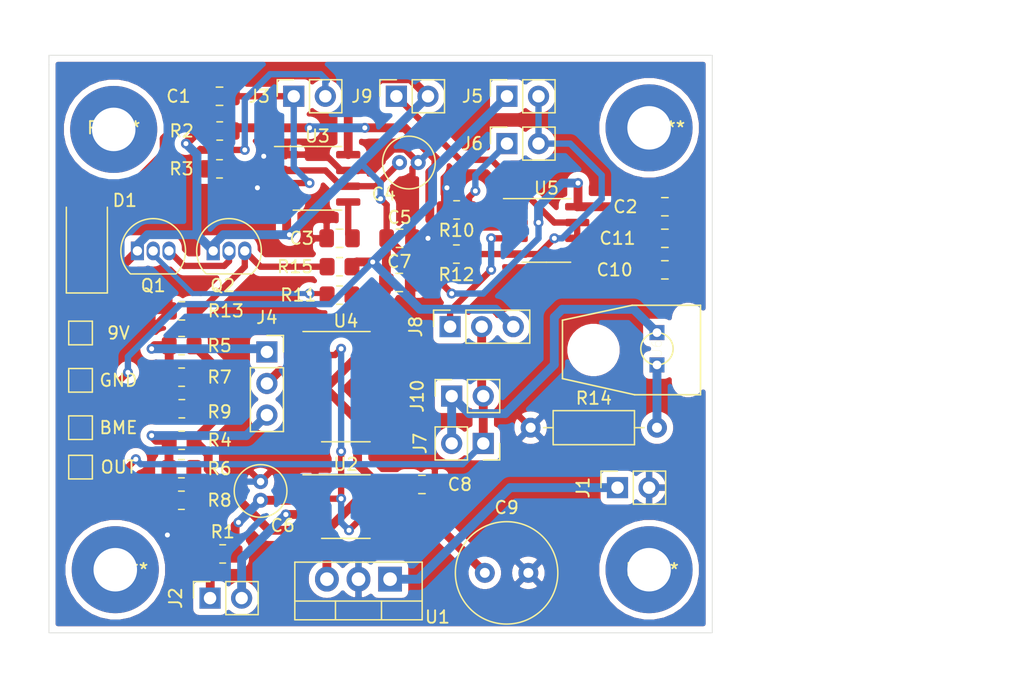
<source format=kicad_pcb>
(kicad_pcb (version 20171130) (host pcbnew 5.1.9-73d0e3b20d~88~ubuntu20.04.1)
  (layers (0 F.Cu signal) (31 B.Cu signal) (34 B.Paste user) (35 F.Paste user) (36 B.SilkS user) (37 F.SilkS user) (38 B.Mask user) (39 F.Mask user) (44 Edge.Cuts user))
  (net 0 "")
  (net 1 +9V)
  (net 2 "Net-(C1-Pad2)")
  (net 3 "Net-(C1-Pad1)")
  (net 4 GND)
  (net 5 "Net-(C3-Pad2)")
  (net 6 "Net-(C4-Pad1)")
  (net 7 "Net-(C6-Pad1)")
  (net 8 "Net-(C10-Pad1)")
  (net 9 "Net-(J1-Pad1)")
  (net 10 "Net-(J2-Pad2)")
  (net 11 "Net-(J2-Pad1)")
  (net 12 "Net-(J3-Pad2)")
  (net 13 "Net-(J4-Pad3)")
  (net 14 "Net-(J4-Pad2)")
  (net 15 "Net-(J4-Pad1)")
  (net 16 "Net-(J5-Pad2)")
  (net 17 BME)
  (net 18 "Net-(J6-Pad1)")
  (net 19 "Net-(J8-Pad1)")
  (net 20 "Net-(Q1-Pad3)")
  (net 21 "Net-(Q1-Pad2)")
  (net 22 "Net-(Q2-Pad3)")
  (net 23 "Net-(R6-Pad1)")
  (net 24 "Net-(R7-Pad2)")
  (net 25 "Net-(R11-Pad1)")
  (net 26 "Net-(R14-Pad2)")
  (net 27 "Net-(U2-Pad7)")
  (net 28 "Net-(U2-Pad5)")
  (net 29 "Net-(C11-Pad2)")
  (net 30 "Net-(J10-Pad1)")
  (net 31 "Net-(J10-Pad2)")
  (module Diode_SMD:D_SMA_Handsoldering (layer F.Cu) (at 175.768 88.9 90)
    (fp_text reference D1 (at 3.048 3.048 180) (layer F.SilkS))
    (fp_text value 1n4007)
    (pad 2 smd rect (at 2.5 0 90) (size 3.5 1.8) (layers F.Cu F.Paste F.Mask) (net 3 "Net-(C1-Pad1)"))
    (pad 1 smd rect (at -2.5 0 90) (size 3.5 1.8) (layers F.Cu F.Paste F.Mask) (net 1 +9V))
  )
  (module TestPoint:TestPoint_Pad_1.5x1.5mm (layer F.Cu) (at 175.26 107.315)
    (fp_text reference OUT (at 3.048 0) (layer F.SilkS))
    (fp_text value OUT)
    (pad 1 smd rect (at 0 0) (size 1.5 1.5) (layers F.Cu F.Mask) (net 31 "Net-(J10-Pad2)"))
  )
  (module TestPoint:TestPoint_Pad_1.5x1.5mm (layer F.Cu) (at 175.26 104.14)
    (fp_text reference BME (at 3.048 0) (layer F.SilkS))
    (fp_text value BME)
    (pad 1 smd rect (at 0 0) (size 1.5 1.5) (layers F.Cu F.Mask) (net 17 BME))
  )
  (module TestPoint:TestPoint_Pad_1.5x1.5mm (layer F.Cu) (at 175.26 96.52)
    (fp_text reference 9V (at 3.048 0) (layer F.SilkS))
    (fp_text value 9V)
    (pad 1 smd rect (at 0 0) (size 1.5 1.5) (layers F.Cu F.Mask) (net 1 +9V))
  )
  (module TestPoint:TestPoint_Pad_1.5x1.5mm (layer F.Cu) (at 175.26 100.33)
    (fp_text reference GND (at 3.048 0) (layer F.SilkS))
    (fp_text value GND)
    (pad 1 smd rect (at 0 0) (size 1.5 1.5) (layers F.Cu F.Mask) (net 4 GND))
  )
  (module Connector_PinSocket_2.54mm:PinSocket_1x02_P2.54mm_Vertical (layer F.Cu) (at 185.674 117.856 90)
    (fp_text reference J2 (at 0 -2.77 90) (layer F.SilkS))
    (fp_text value 100k)
    (pad 2 thru_hole oval (at 0 2.54 90) (size 1.7 1.7) (drill 1) (layers *.Cu *.Mask) (net 10 "Net-(J2-Pad2)"))
    (pad 1 thru_hole rect (at 0 0 90) (size 1.7 1.7) (drill 1) (layers *.Cu *.Mask) (net 11 "Net-(J2-Pad1)"))
  )
  (module MountingHole:MountingHole_3.5mm_Pad (layer F.Cu) (at 220.98 115.57)
    (fp_text reference REF** (at 0.254 0) (layer F.SilkS))
    (fp_text value MountingHole_3.5mm_Pad)
    (pad 1 thru_hole circle (at 0 0) (size 7 7) (drill 3.5) (layers *.Cu *.Mask))
  )
  (module MountingHole:MountingHole_3.5mm_Pad (layer F.Cu) (at 178.054 115.57)
    (fp_text reference REF** (at 0.508 0) (layer F.SilkS))
    (fp_text value MountingHole_3.5mm_Pad)
    (pad 1 thru_hole circle (at 0 0) (size 7 7) (drill 3.5) (layers *.Cu *.Mask))
  )
  (module Connector_PinSocket_2.54mm:PinSocket_1x02_P2.54mm_Vertical (layer F.Cu) (at 192.405 77.47 90)
    (fp_text reference J3 (at 0 -2.77 180) (layer F.SilkS))
    (fp_text value 50k)
    (pad 2 thru_hole oval (at 0 2.54 90) (size 1.7 1.7) (drill 1) (layers *.Cu *.Mask) (net 12 "Net-(J3-Pad2)"))
    (pad 1 thru_hole rect (at 0 0 90) (size 1.7 1.7) (drill 1) (layers *.Cu *.Mask) (net 2 "Net-(C1-Pad2)"))
  )
  (module MountingHole:MountingHole_3.5mm_Pad (layer F.Cu) (at 177.927 80.137)
    (fp_text reference REF** (at 0 -0.127) (layer F.SilkS))
    (fp_text value MountingHole_3.5mm_Pad)
    (pad 1 thru_hole circle (at 0 0) (size 7 7) (drill 3.5) (layers *.Cu *.Mask))
  )
  (module MountingHole:MountingHole_3.5mm_Pad (layer F.Cu) (at 220.98 80.01)
    (fp_text reference REF** (at 0.762 0) (layer F.SilkS))
    (fp_text value MountingHole_3.5mm_Pad)
    (pad 1 thru_hole circle (at 0 0) (size 7 7) (drill 3.5) (layers *.Cu *.Mask))
  )
  (module myfootprints:OPTO-TRANSMITTER (layer F.Cu) (at 221.615 97.79 270)
    (fp_text reference U6 (at 0 0 90) (layer F.SilkS) (effects (font (size 0.787402 0.787402) (thickness 0.015))))
    (fp_text value IFE91A)
    (pad None np_thru_hole circle (at 0.1 5.1 270) (size 3.2 3.2) (drill 3.2) (layers *.Cu *.Mask))
    (pad None np_thru_hole circle (at 2.6 -2.5 270) (size 1.6 1.6) (drill 1.6) (layers *.Cu *.Mask))
    (pad None np_thru_hole circle (at -2.4 -2.5 270) (size 1.6 1.6) (drill 1.6) (layers *.Cu *.Mask))
    (pad P$1 thru_hole rect (at 1.3 0 270) (size 1.208 1.208) (drill 0.7) (layers *.Cu *.Mask) (net 26 "Net-(R14-Pad2)"))
    (pad P$2 thru_hole rect (at -1.3 0 270) (size 1.208 1.208) (drill 0.7) (layers *.Cu *.Mask) (net 30 "Net-(J10-Pad1)"))
  )
  (module Package_SO:SOIC-8_3.9x4.9mm_P1.27mm (layer F.Cu) (at 212.725 88.265)
    (fp_text reference U5 (at 0 -3.4) (layer F.SilkS))
    (fp_text value NE555D)
    (pad 8 smd roundrect (at 2.475 -1.905) (size 1.95 0.6) (layers F.Cu F.Paste F.Mask) (net 1 +9V))
    (pad 7 smd roundrect (at 2.475 -0.635) (size 1.95 0.6) (layers F.Cu F.Paste F.Mask) (net 29 "Net-(C11-Pad2)"))
    (pad 6 smd roundrect (at 2.475 0.635) (size 1.95 0.6) (layers F.Cu F.Paste F.Mask) (net 29 "Net-(C11-Pad2)"))
    (pad 5 smd roundrect (at 2.475 1.905) (size 1.95 0.6) (layers F.Cu F.Paste F.Mask) (net 8 "Net-(C10-Pad1)"))
    (pad 4 smd roundrect (at -2.475 1.905) (size 1.95 0.6) (layers F.Cu F.Paste F.Mask) (net 16 "Net-(J5-Pad2)"))
    (pad 3 smd roundrect (at -2.475 0.635) (size 1.95 0.6) (layers F.Cu F.Paste F.Mask) (net 19 "Net-(J8-Pad1)"))
    (pad 2 smd roundrect (at -2.475 -0.635) (size 1.95 0.6) (layers F.Cu F.Paste F.Mask) (net 3 "Net-(C1-Pad1)"))
    (pad 1 smd roundrect (at -2.475 -1.905) (size 1.95 0.6) (layers F.Cu F.Paste F.Mask) (net 4 GND))
  )
  (module Package_SO:SOIC-14_3.9x8.7mm_P1.27mm (layer F.Cu) (at 196.596 100.838)
    (fp_text reference U4 (at 0 -5.28) (layer F.SilkS))
    (fp_text value LM324)
    (pad 14 smd roundrect (at 2.475 -3.81) (size 1.95 0.6) (layers F.Cu F.Paste F.Mask))
    (pad 13 smd roundrect (at 2.475 -2.54) (size 1.95 0.6) (layers F.Cu F.Paste F.Mask))
    (pad 12 smd roundrect (at 2.475 -1.27) (size 1.95 0.6) (layers F.Cu F.Paste F.Mask))
    (pad 11 smd roundrect (at 2.475 0) (size 1.95 0.6) (layers F.Cu F.Paste F.Mask) (net 4 GND))
    (pad 10 smd roundrect (at 2.475 1.27) (size 1.95 0.6) (layers F.Cu F.Paste F.Mask))
    (pad 9 smd roundrect (at 2.475 2.54) (size 1.95 0.6) (layers F.Cu F.Paste F.Mask))
    (pad 8 smd roundrect (at 2.475 3.81) (size 1.95 0.6) (layers F.Cu F.Paste F.Mask))
    (pad 7 smd roundrect (at -2.475 3.81) (size 1.95 0.6) (layers F.Cu F.Paste F.Mask))
    (pad 6 smd roundrect (at -2.475 2.54) (size 1.95 0.6) (layers F.Cu F.Paste F.Mask))
    (pad 5 smd roundrect (at -2.475 1.27) (size 1.95 0.6) (layers F.Cu F.Paste F.Mask))
    (pad 4 smd roundrect (at -2.475 0) (size 1.95 0.6) (layers F.Cu F.Paste F.Mask) (net 1 +9V))
    (pad 3 smd roundrect (at -2.475 -1.27) (size 1.95 0.6) (layers F.Cu F.Paste F.Mask) (net 14 "Net-(J4-Pad2)"))
    (pad 2 smd roundrect (at -2.475 -2.54) (size 1.95 0.6) (layers F.Cu F.Paste F.Mask) (net 7 "Net-(C6-Pad1)"))
    (pad 1 smd roundrect (at -2.475 -3.81) (size 1.95 0.6) (layers F.Cu F.Paste F.Mask) (net 25 "Net-(R11-Pad1)"))
  )
  (module Package_SO:SOIC-8_3.9x4.9mm_P1.27mm (layer F.Cu) (at 194.31 84.074)
    (fp_text reference U3 (at 0 -3.4) (layer F.SilkS))
    (fp_text value NE555D)
    (pad 8 smd roundrect (at 2.475 -1.905) (size 1.95 0.6) (layers F.Cu F.Paste F.Mask) (net 1 +9V))
    (pad 7 smd roundrect (at 2.475 -0.635) (size 1.95 0.6) (layers F.Cu F.Paste F.Mask) (net 4 GND))
    (pad 6 smd roundrect (at 2.475 0.635) (size 1.95 0.6) (layers F.Cu F.Paste F.Mask) (net 6 "Net-(C4-Pad1)"))
    (pad 5 smd roundrect (at 2.475 1.905) (size 1.95 0.6) (layers F.Cu F.Paste F.Mask) (net 5 "Net-(C3-Pad2)"))
    (pad 4 smd roundrect (at -2.475 1.905) (size 1.95 0.6) (layers F.Cu F.Paste F.Mask) (net 1 +9V))
    (pad 3 smd roundrect (at -2.475 0.635) (size 1.95 0.6) (layers F.Cu F.Paste F.Mask) (net 2 "Net-(C1-Pad2)"))
    (pad 2 smd roundrect (at -2.475 -0.635) (size 1.95 0.6) (layers F.Cu F.Paste F.Mask) (net 6 "Net-(C4-Pad1)"))
    (pad 1 smd roundrect (at -2.475 -1.905) (size 1.95 0.6) (layers F.Cu F.Paste F.Mask) (net 4 GND))
  )
  (module Package_SO:SOIC-8_3.9x4.9mm_P1.27mm (layer F.Cu) (at 196.596 110.49)
    (fp_text reference U2 (at 0 -3.4) (layer F.SilkS))
    (fp_text value NE555D)
    (pad 8 smd roundrect (at 2.475 -1.905) (size 1.95 0.6) (layers F.Cu F.Paste F.Mask) (net 1 +9V))
    (pad 7 smd roundrect (at 2.475 -0.635) (size 1.95 0.6) (layers F.Cu F.Paste F.Mask) (net 27 "Net-(U2-Pad7)"))
    (pad 6 smd roundrect (at 2.475 0.635) (size 1.95 0.6) (layers F.Cu F.Paste F.Mask) (net 7 "Net-(C6-Pad1)"))
    (pad 5 smd roundrect (at 2.475 1.905) (size 1.95 0.6) (layers F.Cu F.Paste F.Mask) (net 28 "Net-(U2-Pad5)"))
    (pad 4 smd roundrect (at -2.475 1.905) (size 1.95 0.6) (layers F.Cu F.Paste F.Mask) (net 1 +9V))
    (pad 3 smd roundrect (at -2.475 0.635) (size 1.95 0.6) (layers F.Cu F.Paste F.Mask) (net 10 "Net-(J2-Pad2)"))
    (pad 2 smd roundrect (at -2.475 -0.635) (size 1.95 0.6) (layers F.Cu F.Paste F.Mask) (net 7 "Net-(C6-Pad1)"))
    (pad 1 smd roundrect (at -2.475 -1.905) (size 1.95 0.6) (layers F.Cu F.Paste F.Mask) (net 4 GND))
  )
  (module Package_TO_SOT_THT:TO-220-3_Vertical (layer F.Cu) (at 200.152 116.332 180)
    (fp_text reference U1 (at -3.81 -3.048) (layer F.SilkS))
    (fp_text value LM7809_TO220)
    (pad 3 thru_hole oval (at 5.08 0 180) (size 1.905 2) (drill 1.1) (layers *.Cu *.Mask) (net 1 +9V))
    (pad 2 thru_hole oval (at 2.54 0 180) (size 1.905 2) (drill 1.1) (layers *.Cu *.Mask) (net 4 GND))
    (pad 1 thru_hole rect (at 0 0 180) (size 1.905 2) (drill 1.1) (layers *.Cu *.Mask) (net 9 "Net-(J1-Pad1)"))
  )
  (module Resistor_SMD:R_0805_2012Metric_Pad1.20x1.40mm_HandSolder (layer F.Cu) (at 196.088 91.186)
    (fp_text reference R15 (at -3.572 0) (layer F.SilkS))
    (fp_text value 1k)
    (pad 2 smd roundrect (at 1 0) (size 1.2 1.4) (layers F.Cu F.Paste F.Mask) (roundrect_rratio 0.2083325) (net 17 BME))
    (pad 1 smd roundrect (at -1 0) (size 1.2 1.4) (layers F.Cu F.Paste F.Mask) (roundrect_rratio 0.2083325) (net 22 "Net-(Q2-Pad3)"))
  )
  (module Resistor_THT:R_Axial_DIN0207_L6.3mm_D2.5mm_P10.16mm_Horizontal (layer F.Cu) (at 211.455 104.14)
    (fp_text reference R14 (at 5.08 -2.37) (layer F.SilkS))
    (fp_text value R)
    (pad 2 thru_hole oval (at 10.16 0) (size 1.6 1.6) (drill 0.8) (layers *.Cu *.Mask) (net 26 "Net-(R14-Pad2)"))
    (pad 1 thru_hole circle (at 0 0) (size 1.6 1.6) (drill 0.8) (layers *.Cu *.Mask) (net 4 GND))
  )
  (module Resistor_SMD:R_0805_2012Metric_Pad1.20x1.40mm_HandSolder (layer F.Cu) (at 183.404 94.742)
    (fp_text reference R13 (at 3.54 0) (layer F.SilkS))
    (fp_text value 22k)
    (pad 2 smd roundrect (at 1 0) (size 1.2 1.4) (layers F.Cu F.Paste F.Mask) (roundrect_rratio 0.2083325) (net 22 "Net-(Q2-Pad3)"))
    (pad 1 smd roundrect (at -1 0) (size 1.2 1.4) (layers F.Cu F.Paste F.Mask) (roundrect_rratio 0.2083325) (net 4 GND))
  )
  (module Resistor_SMD:R_0805_2012Metric_Pad1.20x1.40mm_HandSolder (layer F.Cu) (at 205.486 90.17 180)
    (fp_text reference R12 (at 0 -1.65) (layer F.SilkS))
    (fp_text value 100k)
    (pad 2 smd roundrect (at 1 0 180) (size 1.2 1.4) (layers F.Cu F.Paste F.Mask) (roundrect_rratio 0.2083325) (net 1 +9V))
    (pad 1 smd roundrect (at -1 0 180) (size 1.2 1.4) (layers F.Cu F.Paste F.Mask) (roundrect_rratio 0.2083325) (net 16 "Net-(J5-Pad2)"))
  )
  (module Resistor_SMD:R_0805_2012Metric_Pad1.20x1.40mm_HandSolder (layer F.Cu) (at 196.088 93.472 180)
    (fp_text reference R11 (at 3.318 0) (layer F.SilkS))
    (fp_text value 100R)
    (pad 2 smd roundrect (at 1 0 180) (size 1.2 1.4) (layers F.Cu F.Paste F.Mask) (roundrect_rratio 0.2083325) (net 21 "Net-(Q1-Pad2)"))
    (pad 1 smd roundrect (at -1 0 180) (size 1.2 1.4) (layers F.Cu F.Paste F.Mask) (roundrect_rratio 0.2083325) (net 25 "Net-(R11-Pad1)"))
  )
  (module Resistor_SMD:R_0805_2012Metric_Pad1.20x1.40mm_HandSolder (layer F.Cu) (at 205.502 86.614 180)
    (fp_text reference R10 (at 0 -1.65) (layer F.SilkS))
    (fp_text value 1k)
    (pad 2 smd roundrect (at 1 0 180) (size 1.2 1.4) (layers F.Cu F.Paste F.Mask) (roundrect_rratio 0.2083325) (net 4 GND))
    (pad 1 smd roundrect (at -1 0 180) (size 1.2 1.4) (layers F.Cu F.Paste F.Mask) (roundrect_rratio 0.2083325) (net 18 "Net-(J6-Pad1)"))
  )
  (module Resistor_SMD:R_0805_2012Metric_Pad1.20x1.40mm_HandSolder (layer F.Cu) (at 183.404 102.616)
    (fp_text reference R9 (at 3.032 0.254) (layer F.SilkS))
    (fp_text value 100R)
    (pad 2 smd roundrect (at 1 0) (size 1.2 1.4) (layers F.Cu F.Paste F.Mask) (roundrect_rratio 0.2083325) (net 24 "Net-(R7-Pad2)"))
    (pad 1 smd roundrect (at -1 0) (size 1.2 1.4) (layers F.Cu F.Paste F.Mask) (roundrect_rratio 0.2083325) (net 4 GND))
  )
  (module Resistor_SMD:R_0805_2012Metric_Pad1.20x1.40mm_HandSolder (layer F.Cu) (at 183.372 109.982 180)
    (fp_text reference R8 (at -3.064 0) (layer F.SilkS))
    (fp_text value 1k)
    (pad 2 smd roundrect (at 1 0 180) (size 1.2 1.4) (layers F.Cu F.Paste F.Mask) (roundrect_rratio 0.2083325) (net 4 GND))
    (pad 1 smd roundrect (at -1 0 180) (size 1.2 1.4) (layers F.Cu F.Paste F.Mask) (roundrect_rratio 0.2083325) (net 23 "Net-(R6-Pad1)"))
  )
  (module Resistor_SMD:R_0805_2012Metric_Pad1.20x1.40mm_HandSolder (layer F.Cu) (at 183.388 100.076)
    (fp_text reference R7 (at 3.048 0) (layer F.SilkS))
    (fp_text value 1k)
    (pad 2 smd roundrect (at 1 0) (size 1.2 1.4) (layers F.Cu F.Paste F.Mask) (roundrect_rratio 0.2083325) (net 24 "Net-(R7-Pad2)"))
    (pad 1 smd roundrect (at -1 0) (size 1.2 1.4) (layers F.Cu F.Paste F.Mask) (roundrect_rratio 0.2083325) (net 15 "Net-(J4-Pad1)"))
  )
  (module Resistor_SMD:R_0805_2012Metric_Pad1.20x1.40mm_HandSolder (layer F.Cu) (at 183.372 107.442 180)
    (fp_text reference R6 (at -3.064 0) (layer F.SilkS))
    (fp_text value 1k)
    (pad 2 smd roundrect (at 1 0 180) (size 1.2 1.4) (layers F.Cu F.Paste F.Mask) (roundrect_rratio 0.2083325) (net 13 "Net-(J4-Pad3)"))
    (pad 1 smd roundrect (at -1 0 180) (size 1.2 1.4) (layers F.Cu F.Paste F.Mask) (roundrect_rratio 0.2083325) (net 23 "Net-(R6-Pad1)"))
  )
  (module Resistor_SMD:R_0805_2012Metric_Pad1.20x1.40mm_HandSolder (layer F.Cu) (at 183.388 97.536)
    (fp_text reference R5 (at 3.048 0) (layer F.SilkS))
    (fp_text value 2.2k)
    (pad 2 smd roundrect (at 1 0) (size 1.2 1.4) (layers F.Cu F.Paste F.Mask) (roundrect_rratio 0.2083325) (net 1 +9V))
    (pad 1 smd roundrect (at -1 0) (size 1.2 1.4) (layers F.Cu F.Paste F.Mask) (roundrect_rratio 0.2083325) (net 15 "Net-(J4-Pad1)"))
  )
  (module Resistor_SMD:R_0805_2012Metric_Pad1.20x1.40mm_HandSolder (layer F.Cu) (at 183.388 105.156 180)
    (fp_text reference R4 (at -3.064 0) (layer F.SilkS))
    (fp_text value 3.3k)
    (pad 2 smd roundrect (at 1 0 180) (size 1.2 1.4) (layers F.Cu F.Paste F.Mask) (roundrect_rratio 0.2083325) (net 13 "Net-(J4-Pad3)"))
    (pad 1 smd roundrect (at -1 0 180) (size 1.2 1.4) (layers F.Cu F.Paste F.Mask) (roundrect_rratio 0.2083325) (net 1 +9V))
  )
  (module Resistor_SMD:R_0805_2012Metric_Pad1.20x1.40mm_HandSolder (layer F.Cu) (at 186.436 83.312)
    (fp_text reference R3 (at -3.064 0) (layer F.SilkS))
    (fp_text value 6.8k)
    (pad 2 smd roundrect (at 1 0) (size 1.2 1.4) (layers F.Cu F.Paste F.Mask) (roundrect_rratio 0.2083325) (net 6 "Net-(C4-Pad1)"))
    (pad 1 smd roundrect (at -1 0) (size 1.2 1.4) (layers F.Cu F.Paste F.Mask) (roundrect_rratio 0.2083325) (net 12 "Net-(J3-Pad2)"))
  )
  (module Resistor_SMD:R_0805_2012Metric_Pad1.20x1.40mm_HandSolder (layer F.Cu) (at 186.452 80.264)
    (fp_text reference R2 (at -3.064 0) (layer F.SilkS))
    (fp_text value 1k)
    (pad 2 smd roundrect (at 1 0) (size 1.2 1.4) (layers F.Cu F.Paste F.Mask) (roundrect_rratio 0.2083325) (net 3 "Net-(C1-Pad1)"))
    (pad 1 smd roundrect (at -1 0) (size 1.2 1.4) (layers F.Cu F.Paste F.Mask) (roundrect_rratio 0.2083325) (net 1 +9V))
  )
  (module Resistor_SMD:R_0805_2012Metric_Pad1.20x1.40mm_HandSolder (layer F.Cu) (at 186.69 114.3 180)
    (fp_text reference R1 (at 0 1.778) (layer F.SilkS))
    (fp_text value 4.7k)
    (pad 2 smd roundrect (at 1 0 180) (size 1.2 1.4) (layers F.Cu F.Paste F.Mask) (roundrect_rratio 0.2083325) (net 11 "Net-(J2-Pad1)"))
    (pad 1 smd roundrect (at -1 0 180) (size 1.2 1.4) (layers F.Cu F.Paste F.Mask) (roundrect_rratio 0.2083325) (net 7 "Net-(C6-Pad1)"))
  )
  (module Package_TO_SOT_THT:TO-92_Inline (layer F.Cu) (at 185.928 89.916)
    (fp_text reference Q2 (at 0.762 2.794) (layer F.SilkS))
    (fp_text value BC337)
    (pad 1 thru_hole rect (at 0 0) (size 1.05 1.5) (drill 0.75) (layers *.Cu *.Mask) (net 1 +9V))
    (pad 3 thru_hole oval (at 2.54 0) (size 1.05 1.5) (drill 0.75) (layers *.Cu *.Mask) (net 22 "Net-(Q2-Pad3)"))
    (pad 2 thru_hole oval (at 1.27 0) (size 1.05 1.5) (drill 0.75) (layers *.Cu *.Mask) (net 20 "Net-(Q1-Pad3)"))
  )
  (module Package_TO_SOT_THT:TO-92_Inline (layer F.Cu) (at 179.832 89.916)
    (fp_text reference Q1 (at 1.27 2.794) (layer F.SilkS))
    (fp_text value BC337)
    (pad 1 thru_hole rect (at 0 0) (size 1.05 1.5) (drill 0.75) (layers *.Cu *.Mask) (net 1 +9V))
    (pad 3 thru_hole oval (at 2.54 0) (size 1.05 1.5) (drill 0.75) (layers *.Cu *.Mask) (net 20 "Net-(Q1-Pad3)"))
    (pad 2 thru_hole oval (at 1.27 0) (size 1.05 1.5) (drill 0.75) (layers *.Cu *.Mask) (net 21 "Net-(Q1-Pad2)"))
  )
  (module Connector_PinSocket_2.54mm:PinSocket_1x02_P2.54mm_Vertical (layer F.Cu) (at 205.105 101.6 90)
    (fp_text reference J10 (at 0 -2.77 90) (layer F.SilkS))
    (fp_text value BUTTON)
    (pad 2 thru_hole oval (at 0 2.54 90) (size 1.7 1.7) (drill 1) (layers *.Cu *.Mask) (net 31 "Net-(J10-Pad2)"))
    (pad 1 thru_hole rect (at 0 0 90) (size 1.7 1.7) (drill 1) (layers *.Cu *.Mask) (net 30 "Net-(J10-Pad1)"))
  )
  (module Connector_PinSocket_2.54mm:PinSocket_1x03_P2.54mm_Vertical (layer F.Cu) (at 204.978 96.012 90)
    (fp_text reference J8 (at 0 -2.77 90) (layer F.SilkS))
    (fp_text value SW)
    (pad 3 thru_hole oval (at 0 5.08 90) (size 1.7 1.7) (drill 1) (layers *.Cu *.Mask) (net 17 BME))
    (pad 2 thru_hole oval (at 0 2.54 90) (size 1.7 1.7) (drill 1) (layers *.Cu *.Mask) (net 31 "Net-(J10-Pad2)"))
    (pad 1 thru_hole rect (at 0 0 90) (size 1.7 1.7) (drill 1) (layers *.Cu *.Mask) (net 19 "Net-(J8-Pad1)"))
  )
  (module Connector_PinSocket_2.54mm:PinSocket_1x02_P2.54mm_Vertical (layer F.Cu) (at 207.645 105.41 270)
    (fp_text reference J7 (at 0 5.08 90) (layer F.SilkS))
    (fp_text value SW)
    (pad 2 thru_hole oval (at 0 2.54 270) (size 1.7 1.7) (drill 1) (layers *.Cu *.Mask) (net 30 "Net-(J10-Pad1)"))
    (pad 1 thru_hole rect (at 0 0 270) (size 1.7 1.7) (drill 1) (layers *.Cu *.Mask) (net 31 "Net-(J10-Pad2)"))
  )
  (module Connector_PinSocket_2.54mm:PinSocket_1x02_P2.54mm_Vertical (layer F.Cu) (at 209.55 81.28 90)
    (fp_text reference J6 (at 0 -2.77 180) (layer F.SilkS))
    (fp_text value Conn_01x02_Male)
    (pad 2 thru_hole oval (at 0 2.54 90) (size 1.7 1.7) (drill 1) (layers *.Cu *.Mask) (net 16 "Net-(J5-Pad2)"))
    (pad 1 thru_hole rect (at 0 0 90) (size 1.7 1.7) (drill 1) (layers *.Cu *.Mask) (net 18 "Net-(J6-Pad1)"))
  )
  (module Connector_PinSocket_2.54mm:PinSocket_1x02_P2.54mm_Vertical (layer F.Cu) (at 209.55 77.47 90)
    (fp_text reference J5 (at 0 -2.77 180) (layer F.SilkS))
    (fp_text value Conn_01x02_Male)
    (pad 2 thru_hole oval (at 0 2.54 90) (size 1.7 1.7) (drill 1) (layers *.Cu *.Mask) (net 16 "Net-(J5-Pad2)"))
    (pad 1 thru_hole rect (at 0 0 90) (size 1.7 1.7) (drill 1) (layers *.Cu *.Mask) (net 17 BME))
  )
  (module Connector_PinSocket_2.54mm:PinSocket_1x03_P2.54mm_Vertical (layer F.Cu) (at 190.246 98.044)
    (fp_text reference J4 (at 0 -2.77) (layer F.SilkS))
    (fp_text value Conn_01x03_Male)
    (pad 3 thru_hole oval (at 0 5.08) (size 1.7 1.7) (drill 1) (layers *.Cu *.Mask) (net 13 "Net-(J4-Pad3)"))
    (pad 2 thru_hole oval (at 0 2.54) (size 1.7 1.7) (drill 1) (layers *.Cu *.Mask) (net 14 "Net-(J4-Pad2)"))
    (pad 1 thru_hole rect (at 0 0) (size 1.7 1.7) (drill 1) (layers *.Cu *.Mask) (net 15 "Net-(J4-Pad1)"))
  )
  (module Connector_PinSocket_2.54mm:PinSocket_1x02_P2.54mm_Vertical (layer F.Cu) (at 218.44 108.966 90)
    (fp_text reference J1 (at 0 -2.77 90) (layer F.SilkS))
    (fp_text value POWER)
    (pad 2 thru_hole oval (at 0 2.54 90) (size 1.7 1.7) (drill 1) (layers *.Cu *.Mask) (net 4 GND))
    (pad 1 thru_hole rect (at 0 0 90) (size 1.7 1.7) (drill 1) (layers *.Cu *.Mask) (net 9 "Net-(J1-Pad1)"))
  )
  (module Capacitor_SMD:C_0805_2012Metric_Pad1.18x1.45mm_HandSolder (layer F.Cu) (at 222.25 88.9 180)
    (fp_text reference C11 (at 3.81 0) (layer F.SilkS))
    (fp_text value 47nF)
    (pad 2 smd roundrect (at 1.0375 0 180) (size 1.175 1.45) (layers F.Cu F.Paste F.Mask) (roundrect_rratio 0.2127659574468085) (net 29 "Net-(C11-Pad2)"))
    (pad 1 smd roundrect (at -1.0375 0 180) (size 1.175 1.45) (layers F.Cu F.Paste F.Mask) (roundrect_rratio 0.2127659574468085) (net 4 GND))
  )
  (module Capacitor_SMD:C_0805_2012Metric_Pad1.18x1.45mm_HandSolder (layer F.Cu) (at 222.25 91.44)
    (fp_text reference C10 (at -4.0425 0) (layer F.SilkS))
    (fp_text value 100nF)
    (pad 2 smd roundrect (at 1.0375 0) (size 1.175 1.45) (layers F.Cu F.Paste F.Mask) (roundrect_rratio 0.2127659574468085) (net 4 GND))
    (pad 1 smd roundrect (at -1.0375 0) (size 1.175 1.45) (layers F.Cu F.Paste F.Mask) (roundrect_rratio 0.2127659574468085) (net 8 "Net-(C10-Pad1)"))
  )
  (module Capacitor_THT:C_Radial_D8.0mm_H11.5mm_P3.50mm (layer F.Cu) (at 207.772 115.824)
    (fp_text reference C9 (at 1.75 -5.25) (layer F.SilkS))
    (fp_text value 100uF)
    (pad 2 thru_hole circle (at 3.5 0) (size 1.6 1.6) (drill 0.8) (layers *.Cu *.Mask) (net 4 GND))
    (pad 1 thru_hole circle (at 0 0) (size 1.6 1.6) (drill 0.8) (layers *.Cu *.Mask) (net 1 +9V))
  )
  (module Capacitor_SMD:C_0805_2012Metric_Pad1.18x1.45mm_HandSolder (layer F.Cu) (at 202.7135 108.712)
    (fp_text reference C8 (at 3.048 0) (layer F.SilkS))
    (fp_text value 100nF)
    (pad 2 smd roundrect (at 1.0375 0) (size 1.175 1.45) (layers F.Cu F.Paste F.Mask) (roundrect_rratio 0.2127659574468085) (net 4 GND))
    (pad 1 smd roundrect (at -1.0375 0) (size 1.175 1.45) (layers F.Cu F.Paste F.Mask) (roundrect_rratio 0.2127659574468085) (net 1 +9V))
  )
  (module Capacitor_SMD:C_0805_2012Metric_Pad1.18x1.45mm_HandSolder (layer F.Cu) (at 200.8925 92.456)
    (fp_text reference C7 (at 0 -1.68) (layer F.SilkS))
    (fp_text value 100nF)
    (pad 2 smd roundrect (at 1.0375 0) (size 1.175 1.45) (layers F.Cu F.Paste F.Mask) (roundrect_rratio 0.2127659574468085) (net 4 GND))
    (pad 1 smd roundrect (at -1.0375 0) (size 1.175 1.45) (layers F.Cu F.Paste F.Mask) (roundrect_rratio 0.2127659574468085) (net 1 +9V))
  )
  (module Capacitor_THT:C_Radial_D4.0mm_H7.0mm_P1.50mm (layer F.Cu) (at 189.738 109.982 90)
    (fp_text reference C6 (at -2.032 1.778 180) (layer F.SilkS))
    (fp_text value 33uF)
    (pad 2 thru_hole circle (at 1.5 0 90) (size 1.2 1.2) (drill 0.6) (layers *.Cu *.Mask) (net 4 GND))
    (pad 1 thru_hole circle (at 0 0 90) (size 1.2 1.2) (drill 0.6) (layers *.Cu *.Mask) (net 7 "Net-(C6-Pad1)"))
  )
  (module Capacitor_SMD:C_0805_2012Metric_Pad1.18x1.45mm_HandSolder (layer F.Cu) (at 200.914 88.9)
    (fp_text reference C5 (at 0 -1.68) (layer F.SilkS))
    (fp_text value 100nF)
    (pad 2 smd roundrect (at 1.0375 0) (size 1.175 1.45) (layers F.Cu F.Paste F.Mask) (roundrect_rratio 0.2127659574468085) (net 4 GND))
    (pad 1 smd roundrect (at -1.0375 0) (size 1.175 1.45) (layers F.Cu F.Paste F.Mask) (roundrect_rratio 0.2127659574468085) (net 1 +9V))
  )
  (module Capacitor_THT:C_Radial_D4.0mm_H7.0mm_P1.50mm (layer F.Cu) (at 200.914 82.804)
    (fp_text reference C4 (at -1.27 2.54) (layer F.SilkS))
    (fp_text value 1uF)
    (pad 2 thru_hole circle (at 1.5 0) (size 1.2 1.2) (drill 0.6) (layers *.Cu *.Mask) (net 4 GND))
    (pad 1 thru_hole circle (at 0 0) (size 1.2 1.2) (drill 0.6) (layers *.Cu *.Mask) (net 6 "Net-(C4-Pad1)"))
  )
  (module Capacitor_SMD:C_0805_2012Metric_Pad1.18x1.45mm_HandSolder (layer F.Cu) (at 196.088 88.9)
    (fp_text reference C3 (at -3.048 0) (layer F.SilkS))
    (fp_text value 10nF)
    (pad 2 smd roundrect (at 1.0375 0) (size 1.175 1.45) (layers F.Cu F.Paste F.Mask) (roundrect_rratio 0.2127659574468085) (net 5 "Net-(C3-Pad2)"))
    (pad 1 smd roundrect (at -1.0375 0) (size 1.175 1.45) (layers F.Cu F.Paste F.Mask) (roundrect_rratio 0.2127659574468085) (net 4 GND))
  )
  (module Capacitor_SMD:C_0805_2012Metric_Pad1.18x1.45mm_HandSolder (layer F.Cu) (at 222.25 86.36)
    (fp_text reference C2 (at -3.175 0) (layer F.SilkS))
    (fp_text value 100nF)
    (pad 2 smd roundrect (at 1.0375 0) (size 1.175 1.45) (layers F.Cu F.Paste F.Mask) (roundrect_rratio 0.2127659574468085) (net 4 GND))
    (pad 1 smd roundrect (at -1.0375 0) (size 1.175 1.45) (layers F.Cu F.Paste F.Mask) (roundrect_rratio 0.2127659574468085) (net 1 +9V))
  )
  (module Capacitor_SMD:C_0805_2012Metric_Pad1.18x1.45mm_HandSolder (layer F.Cu) (at 186.436 77.47)
    (fp_text reference C1 (at -3.302 0) (layer F.SilkS))
    (fp_text value 10nF)
    (pad 2 smd roundrect (at 1.0375 0) (size 1.175 1.45) (layers F.Cu F.Paste F.Mask) (roundrect_rratio 0.2127659574468085) (net 2 "Net-(C1-Pad2)"))
    (pad 1 smd roundrect (at -1.0375 0) (size 1.175 1.45) (layers F.Cu F.Paste F.Mask) (roundrect_rratio 0.2127659574468085) (net 3 "Net-(C1-Pad1)"))
  )
  (module Connector_PinSocket_2.54mm:PinSocket_1x02_P2.54mm_Vertical (layer F.Cu) (at 200.66 77.47 90)
    (fp_text reference J9 (at 0 -2.77 180) (layer F.SilkS))
    (fp_text value 5k)
    (pad 2 thru_hole oval (at 0 2.54 90) (size 1.7 1.7) (drill 1) (layers *.Cu *.Mask) (net 1 +9V))
    (pad 1 thru_hole rect (at 0 0 90) (size 1.7 1.7) (drill 1) (layers *.Cu *.Mask) (net 29 "Net-(C11-Pad2)"))
  )
  (gr_line (start 226.06 74.168) (end 226.06 74.93) (layer Edge.Cuts) (width 0.05))
  (gr_line (start 172.72 74.295) (end 172.72 74.168) (layer Edge.Cuts) (width 0.05))
  (gr_line (start 172.72 74.295) (end 172.72 74.93) (layer Edge.Cuts) (width 0.05))
  (gr_line (start 172.72 120.65) (end 226.06 120.65) (layer Edge.Cuts) (width 0.05))
  (gr_line (start 172.72 74.93) (end 172.72 120.65) (layer Edge.Cuts) (width 0.05))
  (gr_line (start 208.28 74.168) (end 172.72 74.168) (layer Edge.Cuts) (width 0.05))
  (gr_line (start 226.06 109.22) (end 226.06 107.95) (layer Edge.Cuts) (width 0.05))
  (gr_line (start 226.06 119.38) (end 226.06 120.65) (layer Edge.Cuts) (width 0.05))
  (gr_line (start 226.06 109.22) (end 226.06 119.38) (layer Edge.Cuts) (width 0.05))
  (gr_line (start 226.06 107.95) (end 226.06 74.93) (layer Edge.Cuts) (width 0.05))
  (gr_line (start 208.28 74.168) (end 226.06 74.168) (layer Edge.Cuts) (width 0.05))
  (segment (start 199.8765 88.9) (end 199.8765 86.2115) (width 0.508) (layer F.Cu) (net 1))
  (segment (start 199.8765 86.2115) (end 199.39 85.725) (width 0.508) (layer F.Cu) (net 1))
  (segment (start 199.39 85.725) (end 199.39 85.725) (width 0.508) (layer F.Cu) (net 1))
  (via (at 199.39 85.725) (size 0.8) (drill 0.4) (layers F.Cu B.Cu) (net 1))
  (segment (start 195.072 113.346) (end 194.121 112.395) (width 0.7112) (layer F.Cu) (net 1))
  (segment (start 195.072 116.332) (end 195.072 113.346) (width 0.7112) (layer F.Cu) (net 1))
  (segment (start 198.096 108.585) (end 199.071 108.585) (width 0.7112) (layer F.Cu) (net 1))
  (segment (start 197.54039 109.14061) (end 198.096 108.585) (width 0.7112) (layer F.Cu) (net 1))
  (segment (start 197.54039 109.95061) (end 197.54039 109.14061) (width 0.7112) (layer F.Cu) (net 1))
  (segment (start 195.096 112.395) (end 197.54039 109.95061) (width 0.7112) (layer F.Cu) (net 1))
  (segment (start 194.121 112.395) (end 195.096 112.395) (width 0.7112) (layer F.Cu) (net 1))
  (segment (start 201.549 108.585) (end 201.676 108.712) (width 0.7112) (layer F.Cu) (net 1))
  (segment (start 199.071 108.585) (end 201.549 108.585) (width 0.7112) (layer F.Cu) (net 1))
  (segment (start 201.676 109.728) (end 207.772 115.824) (width 0.7112) (layer F.Cu) (net 1))
  (segment (start 201.676 108.712) (end 201.676 109.728) (width 0.7112) (layer F.Cu) (net 1))
  (segment (start 194.823884 100.838) (end 194.121 100.838) (width 0.7112) (layer F.Cu) (net 1))
  (segment (start 197.54039 103.554506) (end 194.823884 100.838) (width 0.7112) (layer F.Cu) (net 1))
  (segment (start 197.54039 107.05439) (end 197.54039 103.554506) (width 0.7112) (layer F.Cu) (net 1))
  (segment (start 199.071 108.585) (end 197.54039 107.05439) (width 0.7112) (layer F.Cu) (net 1))
  (segment (start 199.855 93.181) (end 199.855 92.456) (width 0.7112) (layer F.Cu) (net 1))
  (segment (start 197.54039 95.49561) (end 199.855 93.181) (width 0.7112) (layer F.Cu) (net 1))
  (segment (start 197.54039 98.39361) (end 197.54039 95.49561) (width 0.7112) (layer F.Cu) (net 1))
  (segment (start 195.096 100.838) (end 197.54039 98.39361) (width 0.7112) (layer F.Cu) (net 1))
  (segment (start 194.121 100.838) (end 195.096 100.838) (width 0.7112) (layer F.Cu) (net 1))
  (segment (start 204.486 90.17) (end 204.47 90.17) (width 0.7112) (layer F.Cu) (net 1))
  (segment (start 199.855 88.9215) (end 199.8765 88.9) (width 0.7112) (layer F.Cu) (net 1))
  (segment (start 199.855 92.456) (end 199.855 88.9215) (width 0.7112) (layer F.Cu) (net 1))
  (segment (start 204.47539 90.18061) (end 204.486 90.17) (width 0.7112) (layer F.Cu) (net 1))
  (segment (start 201.15711 90.18061) (end 204.47539 90.18061) (width 0.7112) (layer F.Cu) (net 1))
  (segment (start 199.8765 88.9) (end 201.15711 90.18061) (width 0.7112) (layer F.Cu) (net 1))
  (segment (start 212.09 87.63) (end 212.09 87.63) (width 0.7112) (layer F.Cu) (net 1))
  (via (at 212.09 87.63) (size 0.8) (drill 0.4) (layers F.Cu B.Cu) (net 1))
  (segment (start 212.09 87.63) (end 212.09 86.36) (width 0.7112) (layer B.Cu) (net 1))
  (segment (start 212.09 86.36) (end 213.995 84.455) (width 0.7112) (layer B.Cu) (net 1))
  (segment (start 213.995 84.455) (end 215.265 84.455) (width 0.7112) (layer B.Cu) (net 1))
  (segment (start 215.265 84.455) (end 215.265 84.455) (width 0.7112) (layer B.Cu) (net 1))
  (via (at 215.265 84.455) (size 0.8) (drill 0.4) (layers F.Cu B.Cu) (net 1))
  (segment (start 215.265 86.295) (end 215.2 86.36) (width 0.7112) (layer F.Cu) (net 1))
  (segment (start 215.265 84.455) (end 215.265 86.295) (width 0.7112) (layer F.Cu) (net 1))
  (segment (start 215.2 86.36) (end 221.2125 86.36) (width 0.7112) (layer F.Cu) (net 1))
  (segment (start 185.928 89.432787) (end 185.928 89.916) (width 0.7112) (layer B.Cu) (net 1))
  (segment (start 186.750397 88.61039) (end 185.928 89.432787) (width 0.7112) (layer B.Cu) (net 1))
  (segment (start 192.05961 88.61039) (end 186.750397 88.61039) (width 0.7112) (layer B.Cu) (net 1))
  (segment (start 179.832 89.432787) (end 179.832 89.916) (width 0.7112) (layer B.Cu) (net 1))
  (segment (start 184.62239 88.61039) (end 180.654397 88.61039) (width 0.7112) (layer B.Cu) (net 1))
  (segment (start 180.654397 88.61039) (end 179.832 89.432787) (width 0.7112) (layer B.Cu) (net 1))
  (segment (start 185.928 89.916) (end 184.62239 88.61039) (width 0.7112) (layer B.Cu) (net 1))
  (segment (start 184.388 105.156) (end 186.69 102.854) (width 0.7112) (layer F.Cu) (net 1))
  (segment (start 186.69 99.838) (end 184.388 97.536) (width 0.7112) (layer F.Cu) (net 1))
  (segment (start 186.69 102.854) (end 186.69 99.838) (width 0.7112) (layer F.Cu) (net 1))
  (segment (start 190.44071 112.395) (end 194.121 112.395) (width 0.7112) (layer F.Cu) (net 1))
  (segment (start 185.52761 107.4819) (end 190.44071 112.395) (width 0.7112) (layer F.Cu) (net 1))
  (segment (start 185.52761 106.29561) (end 185.52761 107.4819) (width 0.7112) (layer F.Cu) (net 1))
  (segment (start 184.388 105.156) (end 185.52761 106.29561) (width 0.7112) (layer F.Cu) (net 1))
  (segment (start 204.486 90.17) (end 204.486 92.726) (width 0.508) (layer F.Cu) (net 1))
  (segment (start 204.486 92.726) (end 205.105 93.345) (width 0.508) (layer F.Cu) (net 1))
  (via (at 205.105 93.345) (size 0.8) (drill 0.4) (layers F.Cu B.Cu) (net 1))
  (segment (start 212.09 88.893922) (end 212.09 87.63) (width 0.508) (layer B.Cu) (net 1))
  (segment (start 207.638922 93.345) (end 212.09 88.893922) (width 0.508) (layer B.Cu) (net 1))
  (segment (start 205.105 93.345) (end 207.638922 93.345) (width 0.508) (layer B.Cu) (net 1))
  (segment (start 199.39 84.455) (end 197.8025 82.8675) (width 0.508) (layer B.Cu) (net 1))
  (segment (start 199.39 85.725) (end 199.39 84.455) (width 0.508) (layer B.Cu) (net 1))
  (segment (start 203.2 77.47) (end 197.8025 82.8675) (width 0.7112) (layer B.Cu) (net 1))
  (segment (start 197.8025 82.8675) (end 192.05961 88.61039) (width 0.7112) (layer B.Cu) (net 1))
  (via (at 192.05961 88.61039) (size 0.8) (drill 0.4) (layers F.Cu B.Cu) (net 1))
  (segment (start 191.835 88.38578) (end 192.05961 88.61039) (width 0.7112) (layer F.Cu) (net 1))
  (segment (start 191.835 85.979) (end 191.835 88.38578) (width 0.7112) (layer F.Cu) (net 1))
  (segment (start 201.794399 76.064399) (end 203.2 77.47) (width 0.7112) (layer F.Cu) (net 1))
  (segment (start 199.365519 76.064399) (end 201.794399 76.064399) (width 0.7112) (layer F.Cu) (net 1))
  (segment (start 196.785 78.644918) (end 199.365519 76.064399) (width 0.7112) (layer F.Cu) (net 1))
  (segment (start 196.785 82.169) (end 196.785 78.644918) (width 0.7112) (layer F.Cu) (net 1))
  (via (at 183.734 81.28) (size 0.8) (drill 0.4) (layers F.Cu B.Cu) (net 1))
  (segment (start 184.62239 82.16839) (end 184.62239 88.61039) (width 0.7112) (layer B.Cu) (net 1))
  (segment (start 183.734 81.28) (end 184.62239 82.16839) (width 0.7112) (layer B.Cu) (net 1))
  (segment (start 175.26 91.908) (end 175.768 91.4) (width 0.7112) (layer F.Cu) (net 1))
  (segment (start 175.26 96.52) (end 175.26 91.908) (width 0.7112) (layer F.Cu) (net 1))
  (segment (start 178.348 91.4) (end 179.832 89.916) (width 0.7112) (layer F.Cu) (net 1))
  (segment (start 175.768 91.4) (end 178.348 91.4) (width 0.7112) (layer F.Cu) (net 1))
  (segment (start 184.75 80.264) (end 183.734 81.28) (width 0.7112) (layer F.Cu) (net 1))
  (segment (start 185.452 80.264) (end 184.75 80.264) (width 0.7112) (layer F.Cu) (net 1))
  (segment (start 192.405 77.47) (end 187.4735 77.47) (width 0.508) (layer F.Cu) (net 2))
  (segment (start 192.405 77.47) (end 192.405 83.185) (width 0.508) (layer B.Cu) (net 2))
  (segment (start 192.405 83.185) (end 193.675 84.455) (width 0.508) (layer B.Cu) (net 2))
  (segment (start 193.675 84.455) (end 193.675 84.455) (width 0.508) (layer B.Cu) (net 2))
  (via (at 193.675 84.455) (size 0.8) (drill 0.4) (layers F.Cu B.Cu) (net 2))
  (segment (start 192.089 84.455) (end 191.835 84.709) (width 0.508) (layer F.Cu) (net 2))
  (segment (start 193.675 84.455) (end 192.089 84.455) (width 0.508) (layer F.Cu) (net 2))
  (segment (start 187.452 79.5235) (end 185.3985 77.47) (width 0.508) (layer F.Cu) (net 3))
  (segment (start 187.452 80.264) (end 187.452 79.5235) (width 0.508) (layer F.Cu) (net 3))
  (segment (start 203.835 83.09329) (end 203.835 82.51471) (width 0.7112) (layer F.Cu) (net 3))
  (segment (start 203.34639 83.5819) (end 203.835 83.09329) (width 0.7112) (layer F.Cu) (net 3))
  (segment (start 203.34639 87.397696) (end 203.34639 83.5819) (width 0.7112) (layer F.Cu) (net 3))
  (segment (start 203.878694 87.93) (end 203.34639 87.397696) (width 0.7112) (layer F.Cu) (net 3))
  (segment (start 209.95 87.93) (end 203.878694 87.93) (width 0.7112) (layer F.Cu) (net 3))
  (segment (start 203.835 82.51471) (end 201.33029 80.01) (width 0.7112) (layer F.Cu) (net 3))
  (segment (start 210.25 87.63) (end 209.95 87.93) (width 0.7112) (layer F.Cu) (net 3))
  (via (at 198.12 80.01) (size 0.8) (drill 0.4) (layers F.Cu B.Cu) (net 3))
  (segment (start 201.33029 80.01) (end 198.12 80.01) (width 0.7112) (layer F.Cu) (net 3))
  (segment (start 198.12 80.01) (end 193.675 80.01) (width 0.7112) (layer B.Cu) (net 3))
  (via (at 193.675 80.01) (size 0.8) (drill 0.4) (layers F.Cu B.Cu) (net 3))
  (segment (start 187.706 80.01) (end 187.452 80.264) (width 0.7112) (layer F.Cu) (net 3))
  (segment (start 193.675 80.01) (end 187.706 80.01) (width 0.7112) (layer F.Cu) (net 3))
  (segment (start 181.982601 80.885899) (end 185.3985 77.47) (width 0.7112) (layer F.Cu) (net 3))
  (segment (start 181.982601 82.083689) (end 181.982601 80.885899) (width 0.7112) (layer F.Cu) (net 3))
  (segment (start 177.66629 86.4) (end 181.982601 82.083689) (width 0.7112) (layer F.Cu) (net 3))
  (segment (start 175.768 86.4) (end 177.66629 86.4) (width 0.7112) (layer F.Cu) (net 3))
  (segment (start 176.816 100.33) (end 182.404 94.742) (width 0.508) (layer F.Cu) (net 4))
  (segment (start 175.26 100.33) (end 176.816 100.33) (width 0.508) (layer F.Cu) (net 4))
  (segment (start 196.2258 83.439) (end 196.785 83.439) (width 0.508) (layer F.Cu) (net 4))
  (segment (start 194.9558 82.169) (end 196.2258 83.439) (width 0.508) (layer F.Cu) (net 4))
  (segment (start 191.835 82.169) (end 194.9558 82.169) (width 0.508) (layer F.Cu) (net 4))
  (segment (start 201.359999 81.749999) (end 202.414 82.804) (width 0.508) (layer F.Cu) (net 4))
  (segment (start 200.408079 81.749999) (end 201.359999 81.749999) (width 0.508) (layer F.Cu) (net 4))
  (segment (start 198.719078 83.439) (end 200.408079 81.749999) (width 0.508) (layer F.Cu) (net 4))
  (segment (start 196.785 83.439) (end 198.719078 83.439) (width 0.508) (layer F.Cu) (net 4))
  (segment (start 201.9515 83.2665) (end 202.414 82.804) (width 0.508) (layer F.Cu) (net 4))
  (segment (start 201.9515 88.9) (end 201.9515 83.2665) (width 0.508) (layer F.Cu) (net 4))
  (via (at 203.2 88.9) (size 0.8) (drill 0.4) (layers F.Cu B.Cu) (net 4))
  (segment (start 201.9515 88.9) (end 203.2 88.9) (width 0.508) (layer F.Cu) (net 4))
  (segment (start 203.2 88.9) (end 204.724 87.376) (width 0.508) (layer B.Cu) (net 4))
  (via (at 204.724 84.836) (size 0.8) (drill 0.4) (layers F.Cu B.Cu) (net 4))
  (segment (start 204.724 87.376) (end 204.724 84.836) (width 0.508) (layer B.Cu) (net 4))
  (segment (start 204.724 86.392) (end 204.502 86.614) (width 0.508) (layer F.Cu) (net 4))
  (segment (start 204.724 84.836) (end 204.724 86.392) (width 0.508) (layer F.Cu) (net 4))
  (segment (start 195.0505 88.9) (end 194.056 88.9) (width 0.508) (layer F.Cu) (net 4))
  (segment (start 194.056 88.9) (end 193.491609 89.464391) (width 0.508) (layer F.Cu) (net 4))
  (segment (start 193.491609 89.464391) (end 193.04 89.916) (width 0.508) (layer F.Cu) (net 4))
  (segment (start 193.04 89.916) (end 192.101298 89.916) (width 0.508) (layer F.Cu) (net 4))
  (segment (start 192.101298 89.916) (end 191.516 89.916) (width 0.508) (layer F.Cu) (net 4))
  (segment (start 189.484 87.884) (end 189.484 84.836) (width 0.508) (layer F.Cu) (net 4))
  (via (at 189.484 84.836) (size 0.8) (drill 0.4) (layers F.Cu B.Cu) (net 4))
  (segment (start 191.516 89.916) (end 189.484 87.884) (width 0.508) (layer F.Cu) (net 4))
  (via (at 189.992 82.296) (size 0.8) (drill 0.4) (layers F.Cu B.Cu) (net 4))
  (segment (start 189.484 82.804) (end 189.992 82.296) (width 0.508) (layer B.Cu) (net 4))
  (segment (start 189.484 84.836) (end 189.484 82.804) (width 0.508) (layer B.Cu) (net 4))
  (segment (start 191.708 82.296) (end 191.835 82.169) (width 0.508) (layer F.Cu) (net 4))
  (segment (start 189.992 82.296) (end 191.708 82.296) (width 0.508) (layer F.Cu) (net 4))
  (segment (start 189.738 108.482) (end 186.92 108.482) (width 0.508) (layer B.Cu) (net 4))
  (via (at 182.245 112.776) (size 0.8) (drill 0.4) (layers F.Cu B.Cu) (net 4))
  (segment (start 182.626 112.776) (end 182.245 112.776) (width 0.508) (layer B.Cu) (net 4))
  (segment (start 186.92 108.482) (end 182.626 112.776) (width 0.508) (layer B.Cu) (net 4))
  (segment (start 182.245 110.109) (end 182.372 109.982) (width 0.508) (layer F.Cu) (net 4))
  (segment (start 182.245 112.776) (end 182.245 110.109) (width 0.508) (layer F.Cu) (net 4))
  (segment (start 196.785 88.5595) (end 197.1255 88.9) (width 0.508) (layer F.Cu) (net 5))
  (segment (start 196.785 85.979) (end 196.785 88.5595) (width 0.508) (layer F.Cu) (net 5))
  (segment (start 199.009 84.709) (end 200.914 82.804) (width 0.508) (layer F.Cu) (net 6))
  (segment (start 196.785 84.709) (end 199.009 84.709) (width 0.508) (layer F.Cu) (net 6))
  (segment (start 191.708 83.312) (end 191.835 83.439) (width 0.508) (layer F.Cu) (net 6))
  (segment (start 187.436 83.312) (end 191.708 83.312) (width 0.508) (layer F.Cu) (net 6))
  (segment (start 196.2258 84.709) (end 196.785 84.709) (width 0.508) (layer F.Cu) (net 6))
  (segment (start 194.9558 83.439) (end 196.2258 84.709) (width 0.508) (layer F.Cu) (net 6))
  (segment (start 191.835 83.439) (end 194.9558 83.439) (width 0.508) (layer F.Cu) (net 6))
  (segment (start 193.994 109.982) (end 194.121 109.855) (width 0.7112) (layer F.Cu) (net 7))
  (segment (start 189.738 109.982) (end 193.994 109.982) (width 0.7112) (layer F.Cu) (net 7))
  (segment (start 187.69 114.3) (end 187.69 112.03) (width 0.7112) (layer F.Cu) (net 7))
  (segment (start 187.69 112.03) (end 187.96 111.76) (width 0.7112) (layer F.Cu) (net 7))
  (segment (start 187.96 111.76) (end 187.96 111.76) (width 0.7112) (layer F.Cu) (net 7))
  (via (at 187.96 111.76) (size 0.8) (drill 0.4) (layers F.Cu B.Cu) (net 7))
  (segment (start 187.96 111.76) (end 189.738 109.982) (width 0.7112) (layer B.Cu) (net 7))
  (segment (start 194.121 109.855) (end 196.215 109.855) (width 0.508) (layer F.Cu) (net 7))
  (segment (start 196.215 109.855) (end 196.215 109.855) (width 0.508) (layer F.Cu) (net 7))
  (via (at 196.215 109.855) (size 0.8) (drill 0.4) (layers F.Cu B.Cu) (net 7))
  (segment (start 196.215 109.855) (end 196.215 111.125) (width 0.508) (layer B.Cu) (net 7))
  (segment (start 196.215 111.125) (end 196.215 111.76) (width 0.508) (layer B.Cu) (net 7))
  (segment (start 196.215 111.76) (end 196.85 112.395) (width 0.508) (layer B.Cu) (net 7))
  (segment (start 196.85 112.395) (end 196.85 112.395) (width 0.508) (layer B.Cu) (net 7))
  (via (at 196.85 112.395) (size 0.8) (drill 0.4) (layers F.Cu B.Cu) (net 7))
  (segment (start 198.12 111.125) (end 199.071 111.125) (width 0.508) (layer F.Cu) (net 7))
  (segment (start 196.85 112.395) (end 198.12 111.125) (width 0.508) (layer F.Cu) (net 7))
  (segment (start 194.121 98.298) (end 195.707 98.298) (width 0.508) (layer F.Cu) (net 7))
  (via (at 196.215 97.79) (size 0.8) (drill 0.4) (layers F.Cu B.Cu) (net 7))
  (segment (start 195.707 98.298) (end 196.215 97.79) (width 0.508) (layer F.Cu) (net 7))
  (segment (start 196.215 97.79) (end 196.215 106.045) (width 0.508) (layer B.Cu) (net 7))
  (via (at 196.215 106.045) (size 0.8) (drill 0.4) (layers F.Cu B.Cu) (net 7))
  (segment (start 196.215 106.045) (end 196.215 109.855) (width 0.508) (layer F.Cu) (net 7))
  (segment (start 219.9425 90.17) (end 221.2125 91.44) (width 0.508) (layer F.Cu) (net 8))
  (segment (start 215.2 90.17) (end 219.9425 90.17) (width 0.508) (layer F.Cu) (net 8))
  (segment (start 200.152 116.332) (end 202.438 116.332) (width 0.7112) (layer B.Cu) (net 9))
  (segment (start 209.804 108.966) (end 218.44 108.966) (width 0.7112) (layer B.Cu) (net 9))
  (segment (start 202.438 116.332) (end 209.804 108.966) (width 0.7112) (layer B.Cu) (net 9))
  (segment (start 188.214 117.856) (end 188.214 114.681) (width 0.7112) (layer B.Cu) (net 10))
  (segment (start 188.214 114.681) (end 191.77 111.125) (width 0.7112) (layer B.Cu) (net 10))
  (segment (start 191.77 111.125) (end 191.77 111.125) (width 0.7112) (layer B.Cu) (net 10))
  (via (at 191.77 111.125) (size 0.8) (drill 0.4) (layers F.Cu B.Cu) (net 10))
  (segment (start 191.77 111.125) (end 191.77 111.125) (width 0.7112) (layer B.Cu) (net 10))
  (via (at 191.77 111.125) (size 0.8) (drill 0.4) (layers F.Cu B.Cu) (net 10))
  (segment (start 191.77 111.125) (end 194.121 111.125) (width 0.7112) (layer F.Cu) (net 10))
  (segment (start 185.69 117.84) (end 185.674 117.856) (width 0.7112) (layer F.Cu) (net 11))
  (segment (start 185.69 114.3) (end 185.69 117.84) (width 0.7112) (layer F.Cu) (net 11))
  (segment (start 185.436 83.312) (end 186.96 81.788) (width 0.508) (layer F.Cu) (net 12))
  (segment (start 186.96 81.788) (end 188.468 81.788) (width 0.508) (layer F.Cu) (net 12))
  (segment (start 188.468 81.788) (end 188.468 81.788) (width 0.508) (layer F.Cu) (net 12))
  (via (at 188.468 81.788) (size 0.8) (drill 0.4) (layers F.Cu B.Cu) (net 12))
  (segment (start 195.072 76.2) (end 194.945 76.327) (width 0.508) (layer B.Cu) (net 12))
  (segment (start 194.564 75.692) (end 195.072 76.2) (width 0.508) (layer B.Cu) (net 12))
  (segment (start 190.5 75.692) (end 194.564 75.692) (width 0.508) (layer B.Cu) (net 12))
  (segment (start 194.945 76.327) (end 194.945 77.47) (width 0.508) (layer B.Cu) (net 12))
  (segment (start 188.468 77.724) (end 190.5 75.692) (width 0.508) (layer B.Cu) (net 12))
  (segment (start 188.468 81.788) (end 188.468 77.724) (width 0.508) (layer B.Cu) (net 12))
  (segment (start 182.372 105.172) (end 182.388 105.156) (width 0.7112) (layer F.Cu) (net 13))
  (segment (start 182.372 107.442) (end 182.372 105.172) (width 0.7112) (layer F.Cu) (net 13))
  (segment (start 182.388 105.156) (end 181.356 105.156) (width 0.7112) (layer F.Cu) (net 13))
  (segment (start 181.356 105.156) (end 180.975 104.775) (width 0.7112) (layer F.Cu) (net 13))
  (segment (start 180.975 104.775) (end 180.975 104.775) (width 0.7112) (layer F.Cu) (net 13))
  (via (at 180.975 104.775) (size 0.8) (drill 0.4) (layers F.Cu B.Cu) (net 13))
  (segment (start 188.595 104.775) (end 190.246 103.124) (width 0.7112) (layer B.Cu) (net 13))
  (segment (start 180.975 104.775) (end 188.595 104.775) (width 0.7112) (layer B.Cu) (net 13))
  (segment (start 191.262 99.568) (end 194.121 99.568) (width 0.7112) (layer F.Cu) (net 14))
  (segment (start 190.246 100.584) (end 191.262 99.568) (width 0.7112) (layer F.Cu) (net 14))
  (segment (start 182.388 100.076) (end 182.388 97.536) (width 0.7112) (layer F.Cu) (net 15))
  (segment (start 182.388 97.536) (end 181.229 97.536) (width 0.7112) (layer F.Cu) (net 15))
  (segment (start 181.229 97.536) (end 180.975 97.79) (width 0.7112) (layer F.Cu) (net 15))
  (segment (start 180.975 97.79) (end 180.975 97.79) (width 0.7112) (layer F.Cu) (net 15))
  (via (at 180.975 97.79) (size 0.8) (drill 0.4) (layers F.Cu B.Cu) (net 15))
  (segment (start 189.992 97.79) (end 190.246 98.044) (width 0.7112) (layer B.Cu) (net 15))
  (segment (start 180.975 97.79) (end 189.992 97.79) (width 0.7112) (layer B.Cu) (net 15))
  (segment (start 210.25 90.17) (end 206.486 90.17) (width 0.508) (layer F.Cu) (net 16))
  (segment (start 212.09 77.47) (end 212.09 81.28) (width 0.508) (layer B.Cu) (net 16))
  (segment (start 206.486 90.17) (end 207.01 90.17) (width 0.508) (layer F.Cu) (net 16))
  (via (at 213.36 88.9) (size 0.8) (drill 0.4) (layers F.Cu B.Cu) (net 16))
  (segment (start 212.09 90.17) (end 213.36 88.9) (width 0.508) (layer F.Cu) (net 16))
  (segment (start 210.25 90.17) (end 212.09 90.17) (width 0.508) (layer F.Cu) (net 16))
  (segment (start 214.63 81.28) (end 212.09 81.28) (width 0.508) (layer B.Cu) (net 16))
  (segment (start 217.17 83.82) (end 214.63 81.28) (width 0.508) (layer B.Cu) (net 16))
  (segment (start 217.17 85.725) (end 217.17 83.82) (width 0.508) (layer B.Cu) (net 16))
  (segment (start 213.995 88.9) (end 217.17 85.725) (width 0.508) (layer B.Cu) (net 16))
  (segment (start 213.36 88.9) (end 213.995 88.9) (width 0.508) (layer B.Cu) (net 16))
  (segment (start 208.652399 94.606399) (end 202.556399 94.606399) (width 0.7112) (layer B.Cu) (net 17))
  (segment (start 210.058 96.012) (end 208.652399 94.606399) (width 0.7112) (layer B.Cu) (net 17))
  (segment (start 202.556399 94.606399) (end 198.755 90.805) (width 0.7112) (layer B.Cu) (net 17))
  (segment (start 198.755 90.805) (end 198.755 90.805) (width 0.7112) (layer B.Cu) (net 17))
  (via (at 198.755 90.805) (size 0.8) (drill 0.4) (layers F.Cu B.Cu) (net 17))
  (segment (start 197.469 90.805) (end 197.088 91.186) (width 0.7112) (layer F.Cu) (net 17))
  (segment (start 198.755 90.805) (end 197.469 90.805) (width 0.7112) (layer F.Cu) (net 17))
  (segment (start 203.569601 83.450399) (end 209.55 77.47) (width 0.7112) (layer B.Cu) (net 17))
  (segment (start 203.569601 85.990399) (end 203.569601 83.450399) (width 0.7112) (layer B.Cu) (net 17))
  (segment (start 198.755 90.805) (end 203.569601 85.990399) (width 0.7112) (layer B.Cu) (net 17))
  (segment (start 175.26 104.14) (end 175.26 103.505) (width 0.508) (layer F.Cu) (net 17))
  (segment (start 175.26 103.505) (end 179.07 99.695) (width 0.508) (layer F.Cu) (net 17))
  (via (at 179.07 99.695) (size 0.8) (drill 0.4) (layers F.Cu B.Cu) (net 17))
  (segment (start 195.360999 94.199001) (end 198.755 90.805) (width 0.508) (layer B.Cu) (net 17))
  (segment (start 183.302077 94.199001) (end 195.360999 94.199001) (width 0.508) (layer B.Cu) (net 17))
  (segment (start 179.07 98.431078) (end 183.302077 94.199001) (width 0.508) (layer B.Cu) (net 17))
  (segment (start 179.07 99.695) (end 179.07 98.431078) (width 0.508) (layer B.Cu) (net 17))
  (segment (start 206.502 86.614) (end 206.502 85.598) (width 0.508) (layer F.Cu) (net 18))
  (segment (start 206.502 85.598) (end 207.01 85.09) (width 0.508) (layer F.Cu) (net 18))
  (segment (start 207.01 85.09) (end 207.01 85.09) (width 0.508) (layer F.Cu) (net 18))
  (via (at 207.01 85.09) (size 0.8) (drill 0.4) (layers F.Cu B.Cu) (net 18))
  (segment (start 207.01 83.82) (end 209.55 81.28) (width 0.508) (layer B.Cu) (net 18))
  (segment (start 207.01 85.09) (end 207.01 83.82) (width 0.508) (layer B.Cu) (net 18))
  (via (at 208.28 91.44) (size 0.8) (drill 0.4) (layers F.Cu B.Cu) (net 19))
  (segment (start 204.978 94.742) (end 208.28 91.44) (width 0.508) (layer F.Cu) (net 19))
  (segment (start 204.978 96.012) (end 204.978 94.742) (width 0.508) (layer F.Cu) (net 19))
  (via (at 208.28 88.9) (size 0.8) (drill 0.4) (layers F.Cu B.Cu) (net 19))
  (segment (start 208.28 91.44) (end 208.28 88.9) (width 0.508) (layer B.Cu) (net 19))
  (segment (start 208.28 88.9) (end 210.25 88.9) (width 0.508) (layer F.Cu) (net 19))
  (segment (start 187.198 90.738202) (end 187.198 89.916) (width 0.508) (layer F.Cu) (net 20))
  (segment (start 186.816201 91.120001) (end 187.198 90.738202) (width 0.508) (layer F.Cu) (net 20))
  (segment (start 183.576001 91.120001) (end 186.816201 91.120001) (width 0.508) (layer F.Cu) (net 20))
  (segment (start 182.372 89.916) (end 183.576001 91.120001) (width 0.508) (layer F.Cu) (net 20))
  (segment (start 181.102 90.183687) (end 184.263313 93.345) (width 0.4064) (layer B.Cu) (net 21))
  (segment (start 181.102 89.916) (end 181.102 90.183687) (width 0.4064) (layer B.Cu) (net 21))
  (segment (start 184.263313 93.345) (end 193.675 93.345) (width 0.4064) (layer B.Cu) (net 21))
  (via (at 193.675 93.345) (size 0.8) (drill 0.4) (layers F.Cu B.Cu) (net 21))
  (segment (start 194.961 93.345) (end 195.088 93.472) (width 0.4064) (layer F.Cu) (net 21))
  (segment (start 193.675 93.345) (end 194.961 93.345) (width 0.4064) (layer F.Cu) (net 21))
  (segment (start 189.738 91.186) (end 188.468 89.916) (width 0.508) (layer F.Cu) (net 22))
  (segment (start 195.088 91.186) (end 189.738 91.186) (width 0.508) (layer F.Cu) (net 22))
  (segment (start 184.9 94.742) (end 184.404 94.742) (width 0.508) (layer F.Cu) (net 22))
  (segment (start 188.468 91.174) (end 184.9 94.742) (width 0.508) (layer F.Cu) (net 22))
  (segment (start 188.468 89.916) (end 188.468 91.174) (width 0.508) (layer F.Cu) (net 22))
  (segment (start 184.372 107.442) (end 184.372 109.982) (width 0.7112) (layer F.Cu) (net 23))
  (segment (start 184.388 102.6) (end 184.404 102.616) (width 0.7112) (layer F.Cu) (net 24))
  (segment (start 184.388 100.076) (end 184.388 102.6) (width 0.7112) (layer F.Cu) (net 24))
  (segment (start 197.088 94.061) (end 194.121 97.028) (width 0.508) (layer F.Cu) (net 25))
  (segment (start 197.088 93.472) (end 197.088 94.061) (width 0.508) (layer F.Cu) (net 25))
  (segment (start 221.615 104.14) (end 221.615 99.09) (width 0.7112) (layer B.Cu) (net 26))
  (segment (start 215.2 88.9) (end 215.2 87.63) (width 0.508) (layer F.Cu) (net 29))
  (segment (start 215.2 88.9) (end 221.2125 88.9) (width 0.508) (layer F.Cu) (net 29))
  (segment (start 205.774001 82.584001) (end 208.314001 82.584001) (width 0.508) (layer F.Cu) (net 29))
  (segment (start 200.66 77.47) (end 205.774001 82.584001) (width 0.508) (layer F.Cu) (net 29))
  (segment (start 213.36 87.63) (end 215.2 87.63) (width 0.508) (layer F.Cu) (net 29))
  (segment (start 208.314001 82.584001) (end 213.36 87.63) (width 0.508) (layer F.Cu) (net 29))
  (segment (start 205.105 105.41) (end 205.105 101.6) (width 0.7112) (layer B.Cu) (net 30))
  (segment (start 213.36 95.25) (end 213.995 94.615) (width 0.7112) (layer B.Cu) (net 30))
  (segment (start 213.36 99.06) (end 213.36 95.25) (width 0.7112) (layer B.Cu) (net 30))
  (segment (start 213.995 94.615) (end 219.74 94.615) (width 0.7112) (layer B.Cu) (net 30))
  (segment (start 209.414399 103.005601) (end 213.36 99.06) (width 0.7112) (layer B.Cu) (net 30))
  (segment (start 219.74 94.615) (end 221.615 96.49) (width 0.7112) (layer B.Cu) (net 30))
  (segment (start 206.510601 103.005601) (end 209.414399 103.005601) (width 0.7112) (layer B.Cu) (net 30))
  (segment (start 205.105 101.6) (end 206.510601 103.005601) (width 0.7112) (layer B.Cu) (net 30))
  (segment (start 207.518 101.473) (end 207.645 101.6) (width 0.7112) (layer F.Cu) (net 31))
  (segment (start 207.518 96.012) (end 207.518 101.473) (width 0.7112) (layer F.Cu) (net 31))
  (segment (start 207.645 101.6) (end 207.645 105.41) (width 0.7112) (layer F.Cu) (net 31))
  (segment (start 176.54101 108.59601) (end 177.78899 108.59601) (width 0.508) (layer F.Cu) (net 31))
  (segment (start 175.26 107.315) (end 176.54101 108.59601) (width 0.508) (layer F.Cu) (net 31))
  (segment (start 177.78899 108.59601) (end 179.705 106.68) (width 0.508) (layer F.Cu) (net 31))
  (via (at 179.705 106.68) (size 0.8) (drill 0.4) (layers F.Cu B.Cu) (net 31))
  (segment (start 205.975001 107.079999) (end 207.645 105.41) (width 0.508) (layer B.Cu) (net 31))
  (segment (start 180.104999 107.079999) (end 205.975001 107.079999) (width 0.508) (layer B.Cu) (net 31))
  (segment (start 179.705 106.68) (end 180.104999 107.079999) (width 0.508) (layer B.Cu) (net 31))
  (zone (net 4) (net_name GND) (layer F.Cu) (connect_pads (clearance 0.508)) (min_thickness 0.381) (fill yes (arc_segments 32) (thermal_gap 0.508) (thermal_bridge_width 0.508))
    (polygon (pts (xy 230.378 71.882) (xy 230.124 124.841) (xy 168.783 125.984) (xy 170.18 70.231)))
  )
  (zone (net 4) (net_name GND) (layer B.Cu) (connect_pads (clearance 0.508)) (min_thickness 0.381) (fill yes (arc_segments 32) (thermal_gap 0.508) (thermal_bridge_width 0.508))
    (polygon (pts (xy 236.982 70.739) (xy 230.251 125.603) (xy 169.799 125.73) (xy 169.926 69.723)))
  )
)
</source>
